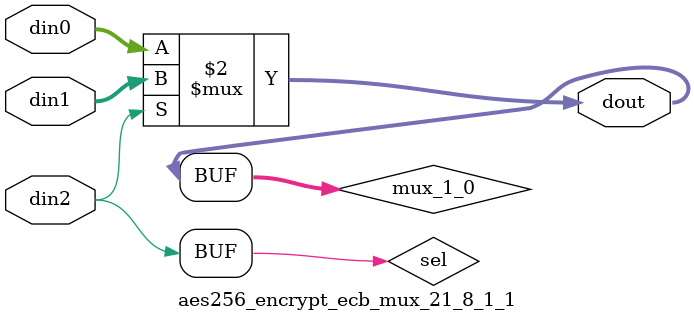
<source format=v>

`timescale 1ns/1ps

module aes256_encrypt_ecb_mux_21_8_1_1 #(
parameter
    ID                = 0,
    NUM_STAGE         = 1,
    din0_WIDTH       = 32,
    din1_WIDTH       = 32,
    din2_WIDTH         = 32,
    dout_WIDTH            = 32
)(
    input  [7 : 0]     din0,
    input  [7 : 0]     din1,
    input  [0 : 0]    din2,
    output [7 : 0]   dout);

// puts internal signals
wire [0 : 0]     sel;
// level 1 signals
wire [7 : 0]         mux_1_0;

assign sel = din2;

// Generate level 1 logic
assign mux_1_0 = (sel[0] == 0)? din0 : din1;

// output logic
assign dout = mux_1_0;

endmodule

</source>
